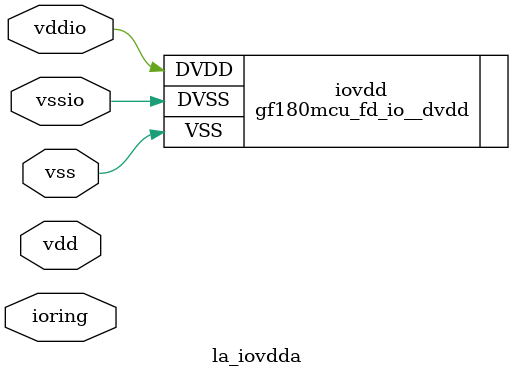
<source format=v>
/*****************************************************************************
 * Function: IO supply cell (vdda)
 * Copyright: Lambda Project Authors. All rights Reserved.
 * License:  MIT (see LICENSE file in Lambda repository)
 *
 * Docs:
 *
 *
 ****************************************************************************/
(* keep_hierarchy *)
module la_iovdda #(
    parameter PROP  = "DEFAULT",  // cell type
    parameter SIDE  = "NO",       // "NO", "SO", "EA", "WE"
    parameter RINGW = 8           // width of io ring
) (
    inout             vdd,    // core supply
    inout             vss,    // core ground
    inout             vddio,  // io supply
    inout             vssio,  // io ground
    inout [RINGW-1:0] ioring  // generic io-ring interface
);

  gf180mcu_fd_io__dvdd iovdd (
      .DVDD(vddio),
      .DVSS(vssio),
      .VSS (vss)
  );

endmodule

</source>
